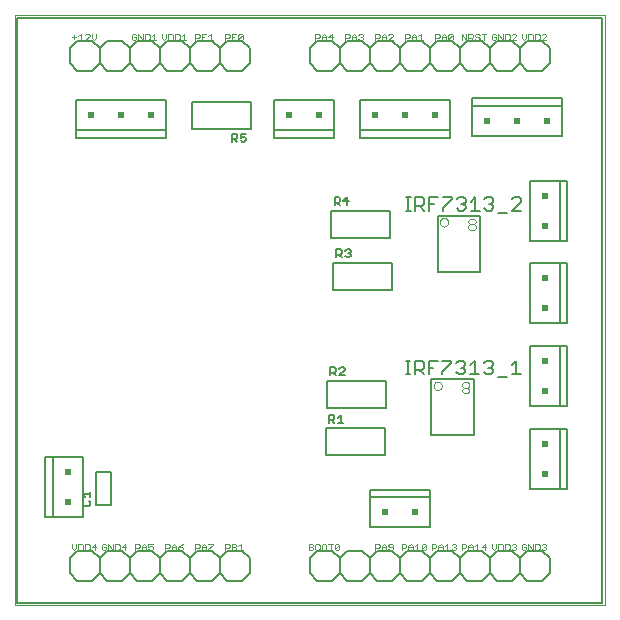
<source format=gto>
G75*
%MOIN*%
%OFA0B0*%
%FSLAX24Y24*%
%IPPOS*%
%LPD*%
%AMOC8*
5,1,8,0,0,1.08239X$1,22.5*
%
%ADD10C,0.0000*%
%ADD11C,0.0080*%
%ADD12C,0.0060*%
%ADD13C,0.0050*%
%ADD14C,0.0020*%
%ADD15C,0.0040*%
%ADD16R,0.0200X0.0200*%
D10*
X000415Y000100D02*
X000415Y019785D01*
X020100Y019785D01*
X020100Y000100D01*
X000415Y000100D01*
D11*
X003118Y003432D02*
X003618Y003432D01*
X003618Y004532D01*
X003118Y004532D01*
X003118Y003432D01*
X010788Y005101D02*
X010788Y006001D01*
X012748Y006001D01*
X012748Y005101D01*
X010788Y005101D01*
X010829Y006689D02*
X010829Y007589D01*
X012789Y007589D01*
X012789Y006689D01*
X010829Y006689D01*
X011028Y010619D02*
X011028Y011519D01*
X012988Y011519D01*
X012988Y010619D01*
X011028Y010619D01*
X010967Y012355D02*
X010967Y013255D01*
X012927Y013255D01*
X012927Y012355D01*
X010967Y012355D01*
X008285Y015989D02*
X008285Y016889D01*
X006325Y016889D01*
X006325Y015989D01*
X008285Y015989D01*
D12*
X008114Y015809D02*
X007940Y015809D01*
X007940Y015679D01*
X008027Y015722D01*
X008071Y015722D01*
X008114Y015679D01*
X008114Y015592D01*
X008071Y015549D01*
X007984Y015549D01*
X007940Y015592D01*
X007819Y015549D02*
X007733Y015635D01*
X007776Y015635D02*
X007646Y015635D01*
X007646Y015549D02*
X007646Y015809D01*
X007776Y015809D01*
X007819Y015765D01*
X007819Y015679D01*
X007776Y015635D01*
X009061Y015689D02*
X009061Y015939D01*
X009061Y016939D01*
X011061Y016939D01*
X011061Y015939D01*
X011061Y015689D01*
X009061Y015689D01*
X009061Y015939D02*
X011061Y015939D01*
X011907Y015939D02*
X011907Y016939D01*
X014907Y016939D01*
X014907Y015939D01*
X014907Y015689D01*
X011907Y015689D01*
X011907Y015939D01*
X014907Y015939D01*
X015648Y015742D02*
X015648Y016742D01*
X015648Y016992D01*
X018648Y016992D01*
X018648Y016742D01*
X018648Y015742D01*
X015648Y015742D01*
X015648Y016742D02*
X018648Y016742D01*
X018000Y017919D02*
X017500Y017919D01*
X017250Y018169D01*
X017250Y018669D01*
X017500Y018919D01*
X018000Y018919D01*
X018250Y018669D01*
X018250Y018169D01*
X018000Y017919D01*
X017250Y018169D02*
X017000Y017919D01*
X016500Y017919D01*
X016250Y018169D01*
X016250Y018669D01*
X016000Y018919D01*
X015500Y018919D01*
X015250Y018669D01*
X015250Y018169D01*
X015500Y017919D01*
X016000Y017919D01*
X016250Y018169D01*
X016250Y018669D02*
X016500Y018919D01*
X017000Y018919D01*
X017250Y018669D01*
X015250Y018669D02*
X015000Y018919D01*
X014500Y018919D01*
X014250Y018669D01*
X014250Y018169D01*
X014500Y017919D01*
X015000Y017919D01*
X015250Y018169D01*
X014250Y018169D02*
X014000Y017919D01*
X013500Y017919D01*
X013250Y018169D01*
X013250Y018669D01*
X013500Y018919D01*
X014000Y018919D01*
X014250Y018669D01*
X013250Y018669D02*
X013000Y018919D01*
X012500Y018919D01*
X012250Y018669D01*
X012250Y018169D01*
X012500Y017919D01*
X013000Y017919D01*
X013250Y018169D01*
X012250Y018169D02*
X012000Y017919D01*
X011500Y017919D01*
X011250Y018169D01*
X011250Y018669D01*
X011500Y018919D01*
X012000Y018919D01*
X012250Y018669D01*
X011250Y018669D02*
X011000Y018919D01*
X010500Y018919D01*
X010250Y018669D01*
X010250Y018169D01*
X010500Y017919D01*
X011000Y017919D01*
X011250Y018169D01*
X008250Y018169D02*
X008250Y018669D01*
X008000Y018919D01*
X007500Y018919D01*
X007250Y018669D01*
X007250Y018169D01*
X007500Y017919D01*
X008000Y017919D01*
X008250Y018169D01*
X007250Y018169D02*
X007000Y017919D01*
X006500Y017919D01*
X006250Y018169D01*
X006250Y018669D01*
X006500Y018919D01*
X007000Y018919D01*
X007250Y018669D01*
X006250Y018669D02*
X006000Y018919D01*
X005500Y018919D01*
X005250Y018669D01*
X005250Y018169D01*
X005500Y017919D01*
X006000Y017919D01*
X006250Y018169D01*
X005250Y018169D02*
X005000Y017919D01*
X004500Y017919D01*
X004250Y018169D01*
X004250Y018669D01*
X004000Y018919D01*
X003500Y018919D01*
X003250Y018669D01*
X003250Y018169D01*
X003500Y017919D01*
X004000Y017919D01*
X004250Y018169D01*
X004250Y018669D02*
X004500Y018919D01*
X005000Y018919D01*
X005250Y018669D01*
X005459Y016939D02*
X002459Y016939D01*
X002459Y015939D01*
X002459Y015689D01*
X005459Y015689D01*
X005459Y015939D01*
X002459Y015939D01*
X002500Y017919D02*
X002250Y018169D01*
X002250Y018669D01*
X002500Y018919D01*
X003000Y018919D01*
X003250Y018669D01*
X003250Y018169D02*
X003000Y017919D01*
X002500Y017919D01*
X005459Y016939D02*
X005459Y015939D01*
X011077Y013695D02*
X011077Y013435D01*
X011077Y013521D02*
X011207Y013521D01*
X011250Y013565D01*
X011250Y013652D01*
X011207Y013695D01*
X011077Y013695D01*
X011164Y013521D02*
X011250Y013435D01*
X011372Y013565D02*
X011545Y013565D01*
X011502Y013435D02*
X011502Y013695D01*
X011372Y013565D01*
X011476Y011959D02*
X011563Y011959D01*
X011606Y011915D01*
X011606Y011872D01*
X011563Y011829D01*
X011606Y011785D01*
X011606Y011742D01*
X011563Y011699D01*
X011476Y011699D01*
X011433Y011742D01*
X011519Y011829D02*
X011563Y011829D01*
X011433Y011915D02*
X011476Y011959D01*
X011311Y011915D02*
X011311Y011829D01*
X011268Y011785D01*
X011138Y011785D01*
X011138Y011699D02*
X011138Y011959D01*
X011268Y011959D01*
X011311Y011915D01*
X011225Y011785D02*
X011311Y011699D01*
X011277Y008030D02*
X011234Y007986D01*
X011277Y008030D02*
X011364Y008030D01*
X011407Y007986D01*
X011407Y007943D01*
X011234Y007769D01*
X011407Y007769D01*
X011113Y007769D02*
X011026Y007856D01*
X011069Y007856D02*
X010939Y007856D01*
X010939Y007769D02*
X010939Y008030D01*
X011069Y008030D01*
X011113Y007986D01*
X011113Y007899D01*
X011069Y007856D01*
X011028Y006441D02*
X010898Y006441D01*
X010898Y006181D01*
X010898Y006268D02*
X011028Y006268D01*
X011071Y006311D01*
X011071Y006398D01*
X011028Y006441D01*
X010984Y006268D02*
X011071Y006181D01*
X011192Y006181D02*
X011366Y006181D01*
X011279Y006181D02*
X011279Y006441D01*
X011192Y006354D01*
X012262Y003946D02*
X014262Y003946D01*
X014262Y003696D01*
X014262Y002696D01*
X012262Y002696D01*
X012262Y003696D01*
X012262Y003946D01*
X012262Y003696D02*
X014262Y003696D01*
X014500Y001919D02*
X014250Y001669D01*
X014250Y001169D01*
X014500Y000919D01*
X015000Y000919D01*
X015250Y001169D01*
X015500Y000919D01*
X016000Y000919D01*
X016250Y001169D01*
X016250Y001669D01*
X016000Y001919D01*
X015500Y001919D01*
X015250Y001669D01*
X015250Y001169D01*
X015250Y001669D02*
X015000Y001919D01*
X014500Y001919D01*
X014250Y001669D02*
X014000Y001919D01*
X013500Y001919D01*
X013250Y001669D01*
X013250Y001169D01*
X013500Y000919D01*
X014000Y000919D01*
X014250Y001169D01*
X013250Y001169D02*
X013000Y000919D01*
X012500Y000919D01*
X012250Y001169D01*
X012250Y001669D01*
X012000Y001919D01*
X011500Y001919D01*
X011250Y001669D01*
X011250Y001169D01*
X011500Y000919D01*
X012000Y000919D01*
X012250Y001169D01*
X012250Y001669D02*
X012500Y001919D01*
X013000Y001919D01*
X013250Y001669D01*
X011250Y001669D02*
X011000Y001919D01*
X010500Y001919D01*
X010250Y001669D01*
X010250Y001169D01*
X010500Y000919D01*
X011000Y000919D01*
X011250Y001169D01*
X008250Y001169D02*
X008250Y001669D01*
X008000Y001919D01*
X007500Y001919D01*
X007250Y001669D01*
X007250Y001169D01*
X007500Y000919D01*
X008000Y000919D01*
X008250Y001169D01*
X007250Y001169D02*
X007000Y000919D01*
X006500Y000919D01*
X006250Y001169D01*
X006000Y000919D01*
X005500Y000919D01*
X005250Y001169D01*
X005000Y000919D01*
X004500Y000919D01*
X004250Y001169D01*
X004250Y001669D01*
X004500Y001919D01*
X005000Y001919D01*
X005250Y001669D01*
X005250Y001169D01*
X005250Y001669D02*
X005500Y001919D01*
X006000Y001919D01*
X006250Y001669D01*
X006250Y001169D01*
X006250Y001669D02*
X006500Y001919D01*
X007000Y001919D01*
X007250Y001669D01*
X004250Y001669D02*
X004000Y001919D01*
X003500Y001919D01*
X003250Y001669D01*
X003250Y001169D01*
X003500Y000919D01*
X004000Y000919D01*
X004250Y001169D01*
X003250Y001169D02*
X003000Y000919D01*
X002500Y000919D01*
X002250Y001169D01*
X002250Y001669D01*
X002500Y001919D01*
X003000Y001919D01*
X003250Y001669D01*
X002687Y003037D02*
X002687Y005037D01*
X001687Y005037D01*
X001437Y005037D01*
X001437Y003037D01*
X001687Y003037D01*
X001687Y005037D01*
X002678Y003793D02*
X002938Y003793D01*
X002938Y003707D02*
X002938Y003880D01*
X002765Y003707D02*
X002678Y003793D01*
X002721Y003585D02*
X002678Y003542D01*
X002678Y003455D01*
X002721Y003412D01*
X002895Y003412D01*
X002938Y003455D01*
X002938Y003542D01*
X002895Y003585D01*
X002687Y003037D02*
X001687Y003037D01*
X001250Y000169D02*
X000750Y000169D01*
X016250Y001169D02*
X016500Y000919D01*
X017000Y000919D01*
X017250Y001169D01*
X017500Y000919D01*
X018000Y000919D01*
X018250Y001169D01*
X018250Y001669D01*
X018000Y001919D01*
X017500Y001919D01*
X017250Y001669D01*
X017250Y001169D01*
X017250Y001669D02*
X017000Y001919D01*
X016500Y001919D01*
X016250Y001669D01*
X017585Y003958D02*
X018585Y003958D01*
X018835Y003958D01*
X018835Y005958D01*
X018585Y005958D01*
X018585Y003958D01*
X017585Y003958D02*
X017585Y005958D01*
X018585Y005958D01*
X018579Y006736D02*
X018829Y006736D01*
X018829Y008736D01*
X018579Y008736D01*
X018579Y006736D01*
X017579Y006736D01*
X017579Y008736D01*
X018579Y008736D01*
X018581Y009492D02*
X017581Y009492D01*
X017581Y011492D01*
X018581Y011492D01*
X018831Y011492D01*
X018831Y009492D01*
X018581Y009492D01*
X018581Y011492D01*
X018585Y012242D02*
X017585Y012242D01*
X017585Y014242D01*
X018585Y014242D01*
X018835Y014242D01*
X018835Y012242D01*
X018585Y012242D01*
X018585Y014242D01*
D13*
X017287Y013628D02*
X017212Y013704D01*
X017062Y013704D01*
X016987Y013628D01*
X017287Y013628D02*
X017287Y013553D01*
X016987Y013253D01*
X017287Y013253D01*
X016827Y013178D02*
X016527Y013178D01*
X016366Y013328D02*
X016291Y013253D01*
X016141Y013253D01*
X016066Y013328D01*
X015906Y013253D02*
X015606Y013253D01*
X015756Y013253D02*
X015756Y013704D01*
X015606Y013553D01*
X015446Y013553D02*
X015371Y013478D01*
X015446Y013403D01*
X015446Y013328D01*
X015371Y013253D01*
X015220Y013253D01*
X015145Y013328D01*
X015296Y013478D02*
X015371Y013478D01*
X015446Y013553D02*
X015446Y013628D01*
X015371Y013704D01*
X015220Y013704D01*
X015145Y013628D01*
X014985Y013628D02*
X014685Y013328D01*
X014685Y013253D01*
X014507Y013083D02*
X015927Y013083D01*
X015927Y011223D01*
X014507Y011223D01*
X014507Y013083D01*
X014225Y013253D02*
X014225Y013704D01*
X014525Y013704D01*
X014685Y013704D02*
X014985Y013704D01*
X014985Y013628D01*
X014375Y013478D02*
X014225Y013478D01*
X014064Y013478D02*
X014064Y013628D01*
X013989Y013704D01*
X013764Y013704D01*
X013764Y013253D01*
X013764Y013403D02*
X013989Y013403D01*
X014064Y013478D01*
X013914Y013403D02*
X014064Y013253D01*
X013607Y013253D02*
X013457Y013253D01*
X013532Y013253D02*
X013532Y013704D01*
X013457Y013704D02*
X013607Y013704D01*
X016066Y013628D02*
X016141Y013704D01*
X016291Y013704D01*
X016366Y013628D01*
X016366Y013553D01*
X016291Y013478D01*
X016366Y013403D01*
X016366Y013328D01*
X016291Y013478D02*
X016216Y013478D01*
X016127Y008249D02*
X016278Y008249D01*
X016353Y008174D01*
X016353Y008099D01*
X016278Y008024D01*
X016353Y007949D01*
X016353Y007873D01*
X016278Y007798D01*
X016127Y007798D01*
X016052Y007873D01*
X015892Y007798D02*
X015592Y007798D01*
X015742Y007798D02*
X015742Y008249D01*
X015592Y008099D01*
X015432Y008099D02*
X015357Y008024D01*
X015432Y007949D01*
X015432Y007873D01*
X015357Y007798D01*
X015207Y007798D01*
X015132Y007873D01*
X015282Y008024D02*
X015357Y008024D01*
X015432Y008099D02*
X015432Y008174D01*
X015357Y008249D01*
X015207Y008249D01*
X015132Y008174D01*
X014971Y008174D02*
X014671Y007873D01*
X014671Y007798D01*
X014361Y008024D02*
X014211Y008024D01*
X014051Y008024D02*
X014051Y008174D01*
X013976Y008249D01*
X013750Y008249D01*
X013750Y007798D01*
X013750Y007949D02*
X013976Y007949D01*
X014051Y008024D01*
X013901Y007949D02*
X014051Y007798D01*
X014211Y007798D02*
X014211Y008249D01*
X014511Y008249D01*
X014671Y008249D02*
X014971Y008249D01*
X014971Y008174D01*
X014296Y007628D02*
X015716Y007628D01*
X015716Y005768D01*
X014296Y005768D01*
X014296Y007628D01*
X013594Y007798D02*
X013444Y007798D01*
X013519Y007798D02*
X013519Y008249D01*
X013444Y008249D02*
X013594Y008249D01*
X016052Y008174D02*
X016127Y008249D01*
X016203Y008024D02*
X016278Y008024D01*
X016513Y007723D02*
X016813Y007723D01*
X016973Y007798D02*
X017273Y007798D01*
X017123Y007798D02*
X017123Y008249D01*
X016973Y008099D01*
X020000Y000169D02*
X000500Y000169D01*
X000500Y019669D01*
X020000Y019669D01*
X020000Y000169D01*
D14*
X018128Y001966D02*
X018091Y001929D01*
X018018Y001929D01*
X017981Y001966D01*
X017907Y001966D02*
X017907Y002112D01*
X017870Y002149D01*
X017760Y002149D01*
X017760Y001929D01*
X017870Y001929D01*
X017907Y001966D01*
X017981Y002112D02*
X018018Y002149D01*
X018091Y002149D01*
X018128Y002112D01*
X018128Y002076D01*
X018091Y002039D01*
X018128Y002002D01*
X018128Y001966D01*
X018091Y002039D02*
X018054Y002039D01*
X017686Y001929D02*
X017686Y002149D01*
X017539Y002149D02*
X017539Y001929D01*
X017465Y001966D02*
X017465Y002039D01*
X017391Y002039D01*
X017318Y002112D02*
X017318Y001966D01*
X017355Y001929D01*
X017428Y001929D01*
X017465Y001966D01*
X017465Y002112D02*
X017428Y002149D01*
X017355Y002149D01*
X017318Y002112D01*
X017128Y002112D02*
X017128Y002076D01*
X017091Y002039D01*
X017128Y002002D01*
X017128Y001966D01*
X017091Y001929D01*
X017018Y001929D01*
X016981Y001966D01*
X016907Y001966D02*
X016907Y002112D01*
X016870Y002149D01*
X016760Y002149D01*
X016760Y001929D01*
X016870Y001929D01*
X016907Y001966D01*
X016981Y002112D02*
X017018Y002149D01*
X017091Y002149D01*
X017128Y002112D01*
X017091Y002039D02*
X017054Y002039D01*
X016686Y001966D02*
X016686Y002112D01*
X016649Y002149D01*
X016539Y002149D01*
X016539Y001929D01*
X016649Y001929D01*
X016686Y001966D01*
X016465Y002002D02*
X016465Y002149D01*
X016465Y002002D02*
X016391Y001929D01*
X016318Y002002D01*
X016318Y002149D01*
X016128Y002039D02*
X015981Y002039D01*
X016091Y002149D01*
X016091Y001929D01*
X015907Y001929D02*
X015760Y001929D01*
X015833Y001929D02*
X015833Y002149D01*
X015760Y002076D01*
X015686Y002076D02*
X015686Y001929D01*
X015686Y002039D02*
X015539Y002039D01*
X015539Y002076D02*
X015612Y002149D01*
X015686Y002076D01*
X015539Y002076D02*
X015539Y001929D01*
X015465Y002039D02*
X015428Y002002D01*
X015318Y002002D01*
X015318Y001929D02*
X015318Y002149D01*
X015428Y002149D01*
X015465Y002112D01*
X015465Y002039D01*
X015128Y002076D02*
X015091Y002039D01*
X015128Y002002D01*
X015128Y001966D01*
X015091Y001929D01*
X015018Y001929D01*
X014981Y001966D01*
X014907Y001929D02*
X014760Y001929D01*
X014833Y001929D02*
X014833Y002149D01*
X014760Y002076D01*
X014686Y002076D02*
X014686Y001929D01*
X014686Y002039D02*
X014539Y002039D01*
X014539Y002076D02*
X014612Y002149D01*
X014686Y002076D01*
X014539Y002076D02*
X014539Y001929D01*
X014465Y002039D02*
X014428Y002002D01*
X014318Y002002D01*
X014318Y001929D02*
X014318Y002149D01*
X014428Y002149D01*
X014465Y002112D01*
X014465Y002039D01*
X014128Y002112D02*
X013981Y001966D01*
X014018Y001929D01*
X014091Y001929D01*
X014128Y001966D01*
X014128Y002112D01*
X014091Y002149D01*
X014018Y002149D01*
X013981Y002112D01*
X013981Y001966D01*
X013907Y001929D02*
X013760Y001929D01*
X013833Y001929D02*
X013833Y002149D01*
X013760Y002076D01*
X013686Y002076D02*
X013686Y001929D01*
X013686Y002039D02*
X013539Y002039D01*
X013539Y002076D02*
X013612Y002149D01*
X013686Y002076D01*
X013539Y002076D02*
X013539Y001929D01*
X013465Y002039D02*
X013428Y002002D01*
X013318Y002002D01*
X013318Y001929D02*
X013318Y002149D01*
X013428Y002149D01*
X013465Y002112D01*
X013465Y002039D01*
X013017Y002039D02*
X012907Y002039D01*
X012870Y002076D01*
X012870Y002112D01*
X012907Y002149D01*
X012981Y002149D01*
X013017Y002112D01*
X013017Y001966D01*
X012981Y001929D01*
X012907Y001929D01*
X012870Y001966D01*
X012796Y001929D02*
X012796Y002076D01*
X012723Y002149D01*
X012650Y002076D01*
X012650Y001929D01*
X012650Y002039D02*
X012796Y002039D01*
X012575Y002039D02*
X012539Y002002D01*
X012429Y002002D01*
X012429Y001929D02*
X012429Y002149D01*
X012539Y002149D01*
X012575Y002112D01*
X012575Y002039D01*
X011238Y001966D02*
X011202Y001929D01*
X011128Y001929D01*
X011091Y001966D01*
X011238Y002112D01*
X011238Y001966D01*
X011238Y002112D02*
X011202Y002149D01*
X011128Y002149D01*
X011091Y002112D01*
X011091Y001966D01*
X010944Y001929D02*
X010944Y002149D01*
X011017Y002149D02*
X010870Y002149D01*
X010796Y002112D02*
X010760Y002149D01*
X010686Y002149D01*
X010650Y002112D01*
X010650Y001966D01*
X010686Y001929D01*
X010760Y001929D01*
X010796Y001966D01*
X010796Y002112D01*
X010575Y002112D02*
X010575Y001966D01*
X010539Y001929D01*
X010465Y001929D01*
X010429Y001966D01*
X010429Y002112D01*
X010465Y002149D01*
X010539Y002149D01*
X010575Y002112D01*
X010354Y002112D02*
X010354Y002076D01*
X010318Y002039D01*
X010208Y002039D01*
X010318Y002039D02*
X010354Y002002D01*
X010354Y001966D01*
X010318Y001929D01*
X010208Y001929D01*
X010208Y002149D01*
X010318Y002149D01*
X010354Y002112D01*
X008017Y001929D02*
X007870Y001929D01*
X007944Y001929D02*
X007944Y002149D01*
X007870Y002076D01*
X007796Y002076D02*
X007760Y002039D01*
X007650Y002039D01*
X007575Y002039D02*
X007539Y002002D01*
X007429Y002002D01*
X007429Y001929D02*
X007429Y002149D01*
X007539Y002149D01*
X007575Y002112D01*
X007575Y002039D01*
X007650Y002149D02*
X007760Y002149D01*
X007796Y002112D01*
X007796Y002076D01*
X007760Y002039D02*
X007796Y002002D01*
X007796Y001966D01*
X007760Y001929D01*
X007650Y001929D01*
X007650Y002149D01*
X007017Y002149D02*
X007017Y002112D01*
X006870Y001966D01*
X006870Y001929D01*
X006796Y001929D02*
X006796Y002076D01*
X006723Y002149D01*
X006650Y002076D01*
X006650Y001929D01*
X006650Y002039D02*
X006796Y002039D01*
X006870Y002149D02*
X007017Y002149D01*
X006575Y002112D02*
X006575Y002039D01*
X006539Y002002D01*
X006429Y002002D01*
X006429Y001929D02*
X006429Y002149D01*
X006539Y002149D01*
X006575Y002112D01*
X006017Y002149D02*
X005944Y002112D01*
X005870Y002039D01*
X005981Y002039D01*
X006017Y002002D01*
X006017Y001966D01*
X005981Y001929D01*
X005907Y001929D01*
X005870Y001966D01*
X005870Y002039D01*
X005796Y002039D02*
X005650Y002039D01*
X005650Y002076D02*
X005723Y002149D01*
X005796Y002076D01*
X005796Y001929D01*
X005650Y001929D02*
X005650Y002076D01*
X005575Y002112D02*
X005575Y002039D01*
X005539Y002002D01*
X005429Y002002D01*
X005429Y001929D02*
X005429Y002149D01*
X005539Y002149D01*
X005575Y002112D01*
X005017Y002149D02*
X004870Y002149D01*
X004870Y002039D01*
X004944Y002076D01*
X004981Y002076D01*
X005017Y002039D01*
X005017Y001966D01*
X004981Y001929D01*
X004907Y001929D01*
X004870Y001966D01*
X004796Y001929D02*
X004796Y002076D01*
X004723Y002149D01*
X004650Y002076D01*
X004650Y001929D01*
X004650Y002039D02*
X004796Y002039D01*
X004575Y002039D02*
X004539Y002002D01*
X004429Y002002D01*
X004429Y001929D02*
X004429Y002149D01*
X004539Y002149D01*
X004575Y002112D01*
X004575Y002039D01*
X004128Y002039D02*
X003981Y002039D01*
X004091Y002149D01*
X004091Y001929D01*
X003907Y001966D02*
X003907Y002112D01*
X003870Y002149D01*
X003760Y002149D01*
X003760Y001929D01*
X003870Y001929D01*
X003907Y001966D01*
X003686Y001929D02*
X003686Y002149D01*
X003539Y002149D02*
X003539Y001929D01*
X003465Y001966D02*
X003465Y002039D01*
X003391Y002039D01*
X003318Y002112D02*
X003318Y001966D01*
X003355Y001929D01*
X003428Y001929D01*
X003465Y001966D01*
X003465Y002112D02*
X003428Y002149D01*
X003355Y002149D01*
X003318Y002112D01*
X003128Y002039D02*
X002981Y002039D01*
X003091Y002149D01*
X003091Y001929D01*
X002907Y001966D02*
X002907Y002112D01*
X002870Y002149D01*
X002760Y002149D01*
X002760Y001929D01*
X002870Y001929D01*
X002907Y001966D01*
X002686Y001966D02*
X002686Y002112D01*
X002649Y002149D01*
X002539Y002149D01*
X002539Y001929D01*
X002649Y001929D01*
X002686Y001966D01*
X002465Y002002D02*
X002465Y002149D01*
X002465Y002002D02*
X002391Y001929D01*
X002318Y002002D01*
X002318Y002149D01*
X003539Y002149D02*
X003686Y001929D01*
X014376Y007408D02*
X014378Y007431D01*
X014384Y007453D01*
X014393Y007475D01*
X014406Y007494D01*
X014421Y007511D01*
X014439Y007525D01*
X014460Y007536D01*
X014482Y007544D01*
X014504Y007548D01*
X014528Y007548D01*
X014550Y007544D01*
X014572Y007536D01*
X014593Y007525D01*
X014611Y007511D01*
X014626Y007494D01*
X014639Y007475D01*
X014648Y007453D01*
X014654Y007431D01*
X014656Y007408D01*
X014654Y007385D01*
X014648Y007363D01*
X014639Y007341D01*
X014626Y007322D01*
X014611Y007305D01*
X014593Y007291D01*
X014572Y007280D01*
X014550Y007272D01*
X014528Y007268D01*
X014504Y007268D01*
X014482Y007272D01*
X014460Y007280D01*
X014439Y007291D01*
X014421Y007305D01*
X014406Y007322D01*
X014393Y007341D01*
X014384Y007363D01*
X014378Y007385D01*
X014376Y007408D01*
X015018Y002149D02*
X015091Y002149D01*
X015128Y002112D01*
X015128Y002076D01*
X015091Y002039D02*
X015054Y002039D01*
X014981Y002112D02*
X015018Y002149D01*
X017539Y002149D02*
X017686Y001929D01*
X014587Y012863D02*
X014589Y012886D01*
X014595Y012908D01*
X014604Y012930D01*
X014617Y012949D01*
X014632Y012966D01*
X014650Y012980D01*
X014671Y012991D01*
X014693Y012999D01*
X014715Y013003D01*
X014739Y013003D01*
X014761Y012999D01*
X014783Y012991D01*
X014804Y012980D01*
X014822Y012966D01*
X014837Y012949D01*
X014850Y012930D01*
X014859Y012908D01*
X014865Y012886D01*
X014867Y012863D01*
X014865Y012840D01*
X014859Y012818D01*
X014850Y012796D01*
X014837Y012777D01*
X014822Y012760D01*
X014804Y012746D01*
X014783Y012735D01*
X014761Y012727D01*
X014739Y012723D01*
X014715Y012723D01*
X014693Y012727D01*
X014671Y012735D01*
X014650Y012746D01*
X014632Y012760D01*
X014617Y012777D01*
X014604Y012796D01*
X014595Y012818D01*
X014589Y012840D01*
X014587Y012863D01*
X014650Y018929D02*
X014650Y019076D01*
X014723Y019149D01*
X014796Y019076D01*
X014796Y018929D01*
X014870Y018966D02*
X014907Y018929D01*
X014981Y018929D01*
X015017Y018966D01*
X015017Y019112D01*
X014870Y018966D01*
X014870Y019112D01*
X014907Y019149D01*
X014981Y019149D01*
X015017Y019112D01*
X014796Y019039D02*
X014650Y019039D01*
X014575Y019039D02*
X014539Y019002D01*
X014429Y019002D01*
X014429Y018929D02*
X014429Y019149D01*
X014539Y019149D01*
X014575Y019112D01*
X014575Y019039D01*
X014017Y018929D02*
X013870Y018929D01*
X013796Y018929D02*
X013796Y019076D01*
X013723Y019149D01*
X013650Y019076D01*
X013650Y018929D01*
X013650Y019039D02*
X013796Y019039D01*
X013870Y019076D02*
X013944Y019149D01*
X013944Y018929D01*
X013575Y019039D02*
X013539Y019002D01*
X013429Y019002D01*
X013429Y018929D02*
X013429Y019149D01*
X013539Y019149D01*
X013575Y019112D01*
X013575Y019039D01*
X013017Y019076D02*
X013017Y019112D01*
X012981Y019149D01*
X012907Y019149D01*
X012870Y019112D01*
X012796Y019076D02*
X012796Y018929D01*
X012870Y018929D02*
X013017Y019076D01*
X013017Y018929D02*
X012870Y018929D01*
X012796Y019039D02*
X012650Y019039D01*
X012650Y019076D02*
X012723Y019149D01*
X012796Y019076D01*
X012650Y019076D02*
X012650Y018929D01*
X012539Y019002D02*
X012575Y019039D01*
X012575Y019112D01*
X012539Y019149D01*
X012429Y019149D01*
X012429Y018929D01*
X012429Y019002D02*
X012539Y019002D01*
X012017Y019002D02*
X012017Y018966D01*
X011981Y018929D01*
X011907Y018929D01*
X011870Y018966D01*
X011796Y018929D02*
X011796Y019076D01*
X011723Y019149D01*
X011650Y019076D01*
X011650Y018929D01*
X011650Y019039D02*
X011796Y019039D01*
X011870Y019112D02*
X011907Y019149D01*
X011981Y019149D01*
X012017Y019112D01*
X012017Y019076D01*
X011981Y019039D01*
X012017Y019002D01*
X011981Y019039D02*
X011944Y019039D01*
X011575Y019039D02*
X011539Y019002D01*
X011429Y019002D01*
X011429Y018929D02*
X011429Y019149D01*
X011539Y019149D01*
X011575Y019112D01*
X011575Y019039D01*
X011017Y019039D02*
X010870Y019039D01*
X010981Y019149D01*
X010981Y018929D01*
X010796Y018929D02*
X010796Y019076D01*
X010723Y019149D01*
X010650Y019076D01*
X010650Y018929D01*
X010650Y019039D02*
X010796Y019039D01*
X010575Y019039D02*
X010539Y019002D01*
X010429Y019002D01*
X010429Y018929D02*
X010429Y019149D01*
X010539Y019149D01*
X010575Y019112D01*
X010575Y019039D01*
X008017Y018966D02*
X007981Y018929D01*
X007907Y018929D01*
X007870Y018966D01*
X008017Y019112D01*
X008017Y018966D01*
X008017Y019112D02*
X007981Y019149D01*
X007907Y019149D01*
X007870Y019112D01*
X007870Y018966D01*
X007723Y019039D02*
X007650Y019039D01*
X007575Y019039D02*
X007539Y019002D01*
X007429Y019002D01*
X007429Y018929D02*
X007429Y019149D01*
X007539Y019149D01*
X007575Y019112D01*
X007575Y019039D01*
X007650Y019149D02*
X007796Y019149D01*
X007650Y019149D02*
X007650Y018929D01*
X007017Y018929D02*
X006870Y018929D01*
X006944Y018929D02*
X006944Y019149D01*
X006870Y019076D01*
X006796Y019149D02*
X006650Y019149D01*
X006650Y018929D01*
X006650Y019039D02*
X006723Y019039D01*
X006575Y019039D02*
X006539Y019002D01*
X006429Y019002D01*
X006429Y018929D02*
X006429Y019149D01*
X006539Y019149D01*
X006575Y019112D01*
X006575Y019039D01*
X006128Y018929D02*
X005981Y018929D01*
X006054Y018929D02*
X006054Y019149D01*
X005981Y019076D01*
X005907Y019112D02*
X005870Y019149D01*
X005760Y019149D01*
X005760Y018929D01*
X005870Y018929D01*
X005907Y018966D01*
X005907Y019112D01*
X005686Y019112D02*
X005649Y019149D01*
X005539Y019149D01*
X005539Y018929D01*
X005649Y018929D01*
X005686Y018966D01*
X005686Y019112D01*
X005465Y019149D02*
X005465Y019002D01*
X005391Y018929D01*
X005318Y019002D01*
X005318Y019149D01*
X005054Y019149D02*
X005054Y018929D01*
X004981Y018929D02*
X005128Y018929D01*
X004981Y019076D02*
X005054Y019149D01*
X004907Y019112D02*
X004870Y019149D01*
X004760Y019149D01*
X004760Y018929D01*
X004870Y018929D01*
X004907Y018966D01*
X004907Y019112D01*
X004686Y019149D02*
X004686Y018929D01*
X004539Y019149D01*
X004539Y018929D01*
X004465Y018966D02*
X004465Y019039D01*
X004391Y019039D01*
X004318Y019112D02*
X004318Y018966D01*
X004355Y018929D01*
X004428Y018929D01*
X004465Y018966D01*
X004465Y019112D02*
X004428Y019149D01*
X004355Y019149D01*
X004318Y019112D01*
X003128Y019149D02*
X003128Y019002D01*
X003054Y018929D01*
X002981Y019002D01*
X002981Y019149D01*
X002907Y019112D02*
X002870Y019149D01*
X002797Y019149D01*
X002760Y019112D01*
X002907Y019112D02*
X002907Y019076D01*
X002760Y018929D01*
X002907Y018929D01*
X002686Y018929D02*
X002539Y018929D01*
X002612Y018929D02*
X002612Y019149D01*
X002539Y019076D01*
X002465Y019039D02*
X002318Y019039D01*
X002391Y019112D02*
X002391Y018966D01*
X015318Y018929D02*
X015318Y019149D01*
X015465Y018929D01*
X015465Y019149D01*
X015539Y019149D02*
X015649Y019149D01*
X015686Y019112D01*
X015686Y019039D01*
X015649Y019002D01*
X015539Y019002D01*
X015539Y018929D02*
X015539Y019149D01*
X015612Y019002D02*
X015686Y018929D01*
X015760Y018966D02*
X015797Y018929D01*
X015870Y018929D01*
X015907Y018966D01*
X015907Y019002D01*
X015870Y019039D01*
X015797Y019039D01*
X015760Y019076D01*
X015760Y019112D01*
X015797Y019149D01*
X015870Y019149D01*
X015907Y019112D01*
X015981Y019149D02*
X016128Y019149D01*
X016054Y019149D02*
X016054Y018929D01*
X016318Y018966D02*
X016355Y018929D01*
X016428Y018929D01*
X016465Y018966D01*
X016465Y019039D01*
X016391Y019039D01*
X016318Y019112D02*
X016318Y018966D01*
X016318Y019112D02*
X016355Y019149D01*
X016428Y019149D01*
X016465Y019112D01*
X016539Y019149D02*
X016686Y018929D01*
X016686Y019149D01*
X016760Y019149D02*
X016870Y019149D01*
X016907Y019112D01*
X016907Y018966D01*
X016870Y018929D01*
X016760Y018929D01*
X016760Y019149D01*
X016539Y019149D02*
X016539Y018929D01*
X016981Y018929D02*
X017128Y019076D01*
X017128Y019112D01*
X017091Y019149D01*
X017018Y019149D01*
X016981Y019112D01*
X016981Y018929D02*
X017128Y018929D01*
X017318Y019002D02*
X017391Y018929D01*
X017465Y019002D01*
X017465Y019149D01*
X017539Y019149D02*
X017649Y019149D01*
X017686Y019112D01*
X017686Y018966D01*
X017649Y018929D01*
X017539Y018929D01*
X017539Y019149D01*
X017318Y019149D02*
X017318Y019002D01*
X017760Y018929D02*
X017870Y018929D01*
X017907Y018966D01*
X017907Y019112D01*
X017870Y019149D01*
X017760Y019149D01*
X017760Y018929D01*
X017981Y018929D02*
X018128Y019076D01*
X018128Y019112D01*
X018091Y019149D01*
X018018Y019149D01*
X017981Y019112D01*
X017981Y018929D02*
X018128Y018929D01*
D15*
X015717Y012983D02*
X015777Y012923D01*
X015777Y012863D01*
X015717Y012803D01*
X015597Y012803D01*
X015537Y012863D01*
X015537Y012923D01*
X015597Y012983D01*
X015717Y012983D01*
X015717Y012803D02*
X015777Y012743D01*
X015777Y012683D01*
X015717Y012623D01*
X015597Y012623D01*
X015537Y012683D01*
X015537Y012743D01*
X015597Y012803D01*
X015506Y007529D02*
X015566Y007469D01*
X015566Y007409D01*
X015506Y007349D01*
X015386Y007349D01*
X015326Y007409D01*
X015326Y007469D01*
X015386Y007529D01*
X015506Y007529D01*
X015506Y007349D02*
X015566Y007289D01*
X015566Y007228D01*
X015506Y007168D01*
X015386Y007168D01*
X015326Y007228D01*
X015326Y007289D01*
X015386Y007349D01*
D16*
X018079Y007236D03*
X018079Y008236D03*
X018081Y009992D03*
X018081Y010992D03*
X018085Y012742D03*
X018085Y013742D03*
X018148Y016242D03*
X017148Y016242D03*
X016148Y016242D03*
X014407Y016439D03*
X013407Y016439D03*
X012407Y016439D03*
X010561Y016439D03*
X009561Y016439D03*
X004959Y016439D03*
X003959Y016439D03*
X002959Y016439D03*
X002187Y004537D03*
X002187Y003537D03*
X012762Y003196D03*
X013762Y003196D03*
X018085Y004458D03*
X018085Y005458D03*
M02*

</source>
